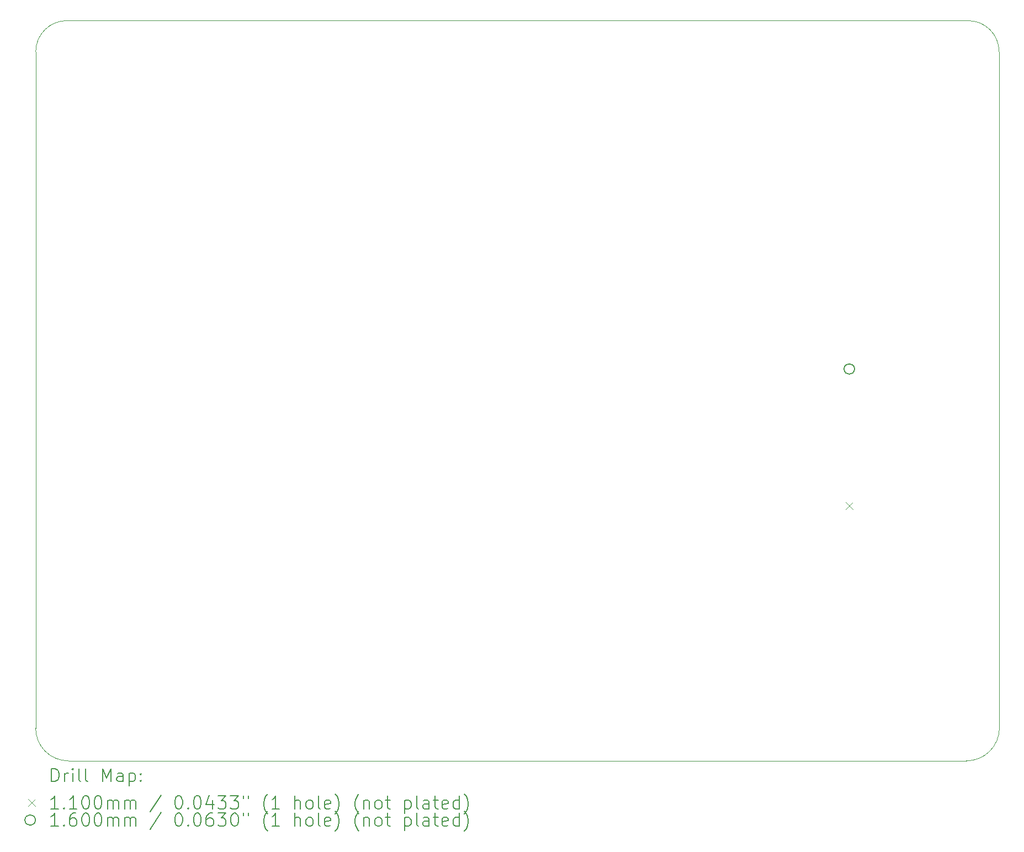
<source format=gbr>
%TF.GenerationSoftware,KiCad,Pcbnew,7.0.1*%
%TF.CreationDate,2023-05-06T23:46:45+02:00*%
%TF.ProjectId,PUE_mainboard,5055455f-6d61-4696-9e62-6f6172642e6b,rev?*%
%TF.SameCoordinates,Original*%
%TF.FileFunction,Drillmap*%
%TF.FilePolarity,Positive*%
%FSLAX45Y45*%
G04 Gerber Fmt 4.5, Leading zero omitted, Abs format (unit mm)*
G04 Created by KiCad (PCBNEW 7.0.1) date 2023-05-06 23:46:45*
%MOMM*%
%LPD*%
G01*
G04 APERTURE LIST*
%ADD10C,0.100000*%
%ADD11C,0.200000*%
%ADD12C,0.110000*%
%ADD13C,0.160000*%
G04 APERTURE END LIST*
D10*
X7200000Y-8700000D02*
X21025000Y-8700000D01*
X20998553Y-20056447D02*
X7223553Y-20056447D01*
X7200000Y-8700000D02*
G75*
G03*
X6725000Y-9175000I0J-475000D01*
G01*
X6723553Y-19556447D02*
G75*
G03*
X7223553Y-20056447I499997J-3D01*
G01*
X20998553Y-20056450D02*
G75*
G03*
X21505002Y-19551447I1447J505000D01*
G01*
X21500000Y-9175000D02*
G75*
G03*
X21025000Y-8700000I-475000J0D01*
G01*
X6723553Y-19556447D02*
X6725000Y-9175000D01*
X21500000Y-9175000D02*
X21505002Y-19551447D01*
D11*
D12*
X19147500Y-16090000D02*
X19257500Y-16200000D01*
X19257500Y-16090000D02*
X19147500Y-16200000D01*
D13*
X19282500Y-14045000D02*
G75*
G03*
X19282500Y-14045000I-80000J0D01*
G01*
D11*
X6966172Y-20373976D02*
X6966172Y-20173976D01*
X6966172Y-20173976D02*
X7013791Y-20173976D01*
X7013791Y-20173976D02*
X7042363Y-20183500D01*
X7042363Y-20183500D02*
X7061410Y-20202547D01*
X7061410Y-20202547D02*
X7070934Y-20221595D01*
X7070934Y-20221595D02*
X7080458Y-20259690D01*
X7080458Y-20259690D02*
X7080458Y-20288262D01*
X7080458Y-20288262D02*
X7070934Y-20326357D01*
X7070934Y-20326357D02*
X7061410Y-20345404D01*
X7061410Y-20345404D02*
X7042363Y-20364452D01*
X7042363Y-20364452D02*
X7013791Y-20373976D01*
X7013791Y-20373976D02*
X6966172Y-20373976D01*
X7166172Y-20373976D02*
X7166172Y-20240642D01*
X7166172Y-20278738D02*
X7175696Y-20259690D01*
X7175696Y-20259690D02*
X7185220Y-20250166D01*
X7185220Y-20250166D02*
X7204268Y-20240642D01*
X7204268Y-20240642D02*
X7223315Y-20240642D01*
X7289982Y-20373976D02*
X7289982Y-20240642D01*
X7289982Y-20173976D02*
X7280458Y-20183500D01*
X7280458Y-20183500D02*
X7289982Y-20193023D01*
X7289982Y-20193023D02*
X7299506Y-20183500D01*
X7299506Y-20183500D02*
X7289982Y-20173976D01*
X7289982Y-20173976D02*
X7289982Y-20193023D01*
X7413791Y-20373976D02*
X7394744Y-20364452D01*
X7394744Y-20364452D02*
X7385220Y-20345404D01*
X7385220Y-20345404D02*
X7385220Y-20173976D01*
X7518553Y-20373976D02*
X7499506Y-20364452D01*
X7499506Y-20364452D02*
X7489982Y-20345404D01*
X7489982Y-20345404D02*
X7489982Y-20173976D01*
X7747125Y-20373976D02*
X7747125Y-20173976D01*
X7747125Y-20173976D02*
X7813791Y-20316833D01*
X7813791Y-20316833D02*
X7880458Y-20173976D01*
X7880458Y-20173976D02*
X7880458Y-20373976D01*
X8061410Y-20373976D02*
X8061410Y-20269214D01*
X8061410Y-20269214D02*
X8051887Y-20250166D01*
X8051887Y-20250166D02*
X8032839Y-20240642D01*
X8032839Y-20240642D02*
X7994744Y-20240642D01*
X7994744Y-20240642D02*
X7975696Y-20250166D01*
X8061410Y-20364452D02*
X8042363Y-20373976D01*
X8042363Y-20373976D02*
X7994744Y-20373976D01*
X7994744Y-20373976D02*
X7975696Y-20364452D01*
X7975696Y-20364452D02*
X7966172Y-20345404D01*
X7966172Y-20345404D02*
X7966172Y-20326357D01*
X7966172Y-20326357D02*
X7975696Y-20307309D01*
X7975696Y-20307309D02*
X7994744Y-20297785D01*
X7994744Y-20297785D02*
X8042363Y-20297785D01*
X8042363Y-20297785D02*
X8061410Y-20288262D01*
X8156649Y-20240642D02*
X8156649Y-20440642D01*
X8156649Y-20250166D02*
X8175696Y-20240642D01*
X8175696Y-20240642D02*
X8213791Y-20240642D01*
X8213791Y-20240642D02*
X8232839Y-20250166D01*
X8232839Y-20250166D02*
X8242363Y-20259690D01*
X8242363Y-20259690D02*
X8251887Y-20278738D01*
X8251887Y-20278738D02*
X8251887Y-20335881D01*
X8251887Y-20335881D02*
X8242363Y-20354928D01*
X8242363Y-20354928D02*
X8232839Y-20364452D01*
X8232839Y-20364452D02*
X8213791Y-20373976D01*
X8213791Y-20373976D02*
X8175696Y-20373976D01*
X8175696Y-20373976D02*
X8156649Y-20364452D01*
X8337601Y-20354928D02*
X8347125Y-20364452D01*
X8347125Y-20364452D02*
X8337601Y-20373976D01*
X8337601Y-20373976D02*
X8328077Y-20364452D01*
X8328077Y-20364452D02*
X8337601Y-20354928D01*
X8337601Y-20354928D02*
X8337601Y-20373976D01*
X8337601Y-20250166D02*
X8347125Y-20259690D01*
X8347125Y-20259690D02*
X8337601Y-20269214D01*
X8337601Y-20269214D02*
X8328077Y-20259690D01*
X8328077Y-20259690D02*
X8337601Y-20250166D01*
X8337601Y-20250166D02*
X8337601Y-20269214D01*
D12*
X6608553Y-20646452D02*
X6718553Y-20756452D01*
X6718553Y-20646452D02*
X6608553Y-20756452D01*
D11*
X7070934Y-20793976D02*
X6956649Y-20793976D01*
X7013791Y-20793976D02*
X7013791Y-20593976D01*
X7013791Y-20593976D02*
X6994744Y-20622547D01*
X6994744Y-20622547D02*
X6975696Y-20641595D01*
X6975696Y-20641595D02*
X6956649Y-20651119D01*
X7156649Y-20774928D02*
X7166172Y-20784452D01*
X7166172Y-20784452D02*
X7156649Y-20793976D01*
X7156649Y-20793976D02*
X7147125Y-20784452D01*
X7147125Y-20784452D02*
X7156649Y-20774928D01*
X7156649Y-20774928D02*
X7156649Y-20793976D01*
X7356649Y-20793976D02*
X7242363Y-20793976D01*
X7299506Y-20793976D02*
X7299506Y-20593976D01*
X7299506Y-20593976D02*
X7280458Y-20622547D01*
X7280458Y-20622547D02*
X7261410Y-20641595D01*
X7261410Y-20641595D02*
X7242363Y-20651119D01*
X7480458Y-20593976D02*
X7499506Y-20593976D01*
X7499506Y-20593976D02*
X7518553Y-20603500D01*
X7518553Y-20603500D02*
X7528077Y-20613023D01*
X7528077Y-20613023D02*
X7537601Y-20632071D01*
X7537601Y-20632071D02*
X7547125Y-20670166D01*
X7547125Y-20670166D02*
X7547125Y-20717785D01*
X7547125Y-20717785D02*
X7537601Y-20755881D01*
X7537601Y-20755881D02*
X7528077Y-20774928D01*
X7528077Y-20774928D02*
X7518553Y-20784452D01*
X7518553Y-20784452D02*
X7499506Y-20793976D01*
X7499506Y-20793976D02*
X7480458Y-20793976D01*
X7480458Y-20793976D02*
X7461410Y-20784452D01*
X7461410Y-20784452D02*
X7451887Y-20774928D01*
X7451887Y-20774928D02*
X7442363Y-20755881D01*
X7442363Y-20755881D02*
X7432839Y-20717785D01*
X7432839Y-20717785D02*
X7432839Y-20670166D01*
X7432839Y-20670166D02*
X7442363Y-20632071D01*
X7442363Y-20632071D02*
X7451887Y-20613023D01*
X7451887Y-20613023D02*
X7461410Y-20603500D01*
X7461410Y-20603500D02*
X7480458Y-20593976D01*
X7670934Y-20593976D02*
X7689982Y-20593976D01*
X7689982Y-20593976D02*
X7709030Y-20603500D01*
X7709030Y-20603500D02*
X7718553Y-20613023D01*
X7718553Y-20613023D02*
X7728077Y-20632071D01*
X7728077Y-20632071D02*
X7737601Y-20670166D01*
X7737601Y-20670166D02*
X7737601Y-20717785D01*
X7737601Y-20717785D02*
X7728077Y-20755881D01*
X7728077Y-20755881D02*
X7718553Y-20774928D01*
X7718553Y-20774928D02*
X7709030Y-20784452D01*
X7709030Y-20784452D02*
X7689982Y-20793976D01*
X7689982Y-20793976D02*
X7670934Y-20793976D01*
X7670934Y-20793976D02*
X7651887Y-20784452D01*
X7651887Y-20784452D02*
X7642363Y-20774928D01*
X7642363Y-20774928D02*
X7632839Y-20755881D01*
X7632839Y-20755881D02*
X7623315Y-20717785D01*
X7623315Y-20717785D02*
X7623315Y-20670166D01*
X7623315Y-20670166D02*
X7632839Y-20632071D01*
X7632839Y-20632071D02*
X7642363Y-20613023D01*
X7642363Y-20613023D02*
X7651887Y-20603500D01*
X7651887Y-20603500D02*
X7670934Y-20593976D01*
X7823315Y-20793976D02*
X7823315Y-20660642D01*
X7823315Y-20679690D02*
X7832839Y-20670166D01*
X7832839Y-20670166D02*
X7851887Y-20660642D01*
X7851887Y-20660642D02*
X7880458Y-20660642D01*
X7880458Y-20660642D02*
X7899506Y-20670166D01*
X7899506Y-20670166D02*
X7909030Y-20689214D01*
X7909030Y-20689214D02*
X7909030Y-20793976D01*
X7909030Y-20689214D02*
X7918553Y-20670166D01*
X7918553Y-20670166D02*
X7937601Y-20660642D01*
X7937601Y-20660642D02*
X7966172Y-20660642D01*
X7966172Y-20660642D02*
X7985220Y-20670166D01*
X7985220Y-20670166D02*
X7994744Y-20689214D01*
X7994744Y-20689214D02*
X7994744Y-20793976D01*
X8089982Y-20793976D02*
X8089982Y-20660642D01*
X8089982Y-20679690D02*
X8099506Y-20670166D01*
X8099506Y-20670166D02*
X8118553Y-20660642D01*
X8118553Y-20660642D02*
X8147125Y-20660642D01*
X8147125Y-20660642D02*
X8166172Y-20670166D01*
X8166172Y-20670166D02*
X8175696Y-20689214D01*
X8175696Y-20689214D02*
X8175696Y-20793976D01*
X8175696Y-20689214D02*
X8185220Y-20670166D01*
X8185220Y-20670166D02*
X8204268Y-20660642D01*
X8204268Y-20660642D02*
X8232839Y-20660642D01*
X8232839Y-20660642D02*
X8251887Y-20670166D01*
X8251887Y-20670166D02*
X8261411Y-20689214D01*
X8261411Y-20689214D02*
X8261411Y-20793976D01*
X8651887Y-20584452D02*
X8480458Y-20841595D01*
X8909030Y-20593976D02*
X8928077Y-20593976D01*
X8928077Y-20593976D02*
X8947125Y-20603500D01*
X8947125Y-20603500D02*
X8956649Y-20613023D01*
X8956649Y-20613023D02*
X8966173Y-20632071D01*
X8966173Y-20632071D02*
X8975696Y-20670166D01*
X8975696Y-20670166D02*
X8975696Y-20717785D01*
X8975696Y-20717785D02*
X8966173Y-20755881D01*
X8966173Y-20755881D02*
X8956649Y-20774928D01*
X8956649Y-20774928D02*
X8947125Y-20784452D01*
X8947125Y-20784452D02*
X8928077Y-20793976D01*
X8928077Y-20793976D02*
X8909030Y-20793976D01*
X8909030Y-20793976D02*
X8889982Y-20784452D01*
X8889982Y-20784452D02*
X8880458Y-20774928D01*
X8880458Y-20774928D02*
X8870935Y-20755881D01*
X8870935Y-20755881D02*
X8861411Y-20717785D01*
X8861411Y-20717785D02*
X8861411Y-20670166D01*
X8861411Y-20670166D02*
X8870935Y-20632071D01*
X8870935Y-20632071D02*
X8880458Y-20613023D01*
X8880458Y-20613023D02*
X8889982Y-20603500D01*
X8889982Y-20603500D02*
X8909030Y-20593976D01*
X9061411Y-20774928D02*
X9070935Y-20784452D01*
X9070935Y-20784452D02*
X9061411Y-20793976D01*
X9061411Y-20793976D02*
X9051887Y-20784452D01*
X9051887Y-20784452D02*
X9061411Y-20774928D01*
X9061411Y-20774928D02*
X9061411Y-20793976D01*
X9194744Y-20593976D02*
X9213792Y-20593976D01*
X9213792Y-20593976D02*
X9232839Y-20603500D01*
X9232839Y-20603500D02*
X9242363Y-20613023D01*
X9242363Y-20613023D02*
X9251887Y-20632071D01*
X9251887Y-20632071D02*
X9261411Y-20670166D01*
X9261411Y-20670166D02*
X9261411Y-20717785D01*
X9261411Y-20717785D02*
X9251887Y-20755881D01*
X9251887Y-20755881D02*
X9242363Y-20774928D01*
X9242363Y-20774928D02*
X9232839Y-20784452D01*
X9232839Y-20784452D02*
X9213792Y-20793976D01*
X9213792Y-20793976D02*
X9194744Y-20793976D01*
X9194744Y-20793976D02*
X9175696Y-20784452D01*
X9175696Y-20784452D02*
X9166173Y-20774928D01*
X9166173Y-20774928D02*
X9156649Y-20755881D01*
X9156649Y-20755881D02*
X9147125Y-20717785D01*
X9147125Y-20717785D02*
X9147125Y-20670166D01*
X9147125Y-20670166D02*
X9156649Y-20632071D01*
X9156649Y-20632071D02*
X9166173Y-20613023D01*
X9166173Y-20613023D02*
X9175696Y-20603500D01*
X9175696Y-20603500D02*
X9194744Y-20593976D01*
X9432839Y-20660642D02*
X9432839Y-20793976D01*
X9385220Y-20584452D02*
X9337601Y-20727309D01*
X9337601Y-20727309D02*
X9461411Y-20727309D01*
X9518554Y-20593976D02*
X9642363Y-20593976D01*
X9642363Y-20593976D02*
X9575696Y-20670166D01*
X9575696Y-20670166D02*
X9604268Y-20670166D01*
X9604268Y-20670166D02*
X9623316Y-20679690D01*
X9623316Y-20679690D02*
X9632839Y-20689214D01*
X9632839Y-20689214D02*
X9642363Y-20708262D01*
X9642363Y-20708262D02*
X9642363Y-20755881D01*
X9642363Y-20755881D02*
X9632839Y-20774928D01*
X9632839Y-20774928D02*
X9623316Y-20784452D01*
X9623316Y-20784452D02*
X9604268Y-20793976D01*
X9604268Y-20793976D02*
X9547125Y-20793976D01*
X9547125Y-20793976D02*
X9528077Y-20784452D01*
X9528077Y-20784452D02*
X9518554Y-20774928D01*
X9709030Y-20593976D02*
X9832839Y-20593976D01*
X9832839Y-20593976D02*
X9766173Y-20670166D01*
X9766173Y-20670166D02*
X9794744Y-20670166D01*
X9794744Y-20670166D02*
X9813792Y-20679690D01*
X9813792Y-20679690D02*
X9823316Y-20689214D01*
X9823316Y-20689214D02*
X9832839Y-20708262D01*
X9832839Y-20708262D02*
X9832839Y-20755881D01*
X9832839Y-20755881D02*
X9823316Y-20774928D01*
X9823316Y-20774928D02*
X9813792Y-20784452D01*
X9813792Y-20784452D02*
X9794744Y-20793976D01*
X9794744Y-20793976D02*
X9737601Y-20793976D01*
X9737601Y-20793976D02*
X9718554Y-20784452D01*
X9718554Y-20784452D02*
X9709030Y-20774928D01*
X9909030Y-20593976D02*
X9909030Y-20632071D01*
X9985220Y-20593976D02*
X9985220Y-20632071D01*
X10280459Y-20870166D02*
X10270935Y-20860642D01*
X10270935Y-20860642D02*
X10251887Y-20832071D01*
X10251887Y-20832071D02*
X10242363Y-20813023D01*
X10242363Y-20813023D02*
X10232839Y-20784452D01*
X10232839Y-20784452D02*
X10223316Y-20736833D01*
X10223316Y-20736833D02*
X10223316Y-20698738D01*
X10223316Y-20698738D02*
X10232839Y-20651119D01*
X10232839Y-20651119D02*
X10242363Y-20622547D01*
X10242363Y-20622547D02*
X10251887Y-20603500D01*
X10251887Y-20603500D02*
X10270935Y-20574928D01*
X10270935Y-20574928D02*
X10280459Y-20565404D01*
X10461411Y-20793976D02*
X10347125Y-20793976D01*
X10404268Y-20793976D02*
X10404268Y-20593976D01*
X10404268Y-20593976D02*
X10385220Y-20622547D01*
X10385220Y-20622547D02*
X10366173Y-20641595D01*
X10366173Y-20641595D02*
X10347125Y-20651119D01*
X10699506Y-20793976D02*
X10699506Y-20593976D01*
X10785220Y-20793976D02*
X10785220Y-20689214D01*
X10785220Y-20689214D02*
X10775697Y-20670166D01*
X10775697Y-20670166D02*
X10756649Y-20660642D01*
X10756649Y-20660642D02*
X10728078Y-20660642D01*
X10728078Y-20660642D02*
X10709030Y-20670166D01*
X10709030Y-20670166D02*
X10699506Y-20679690D01*
X10909030Y-20793976D02*
X10889982Y-20784452D01*
X10889982Y-20784452D02*
X10880459Y-20774928D01*
X10880459Y-20774928D02*
X10870935Y-20755881D01*
X10870935Y-20755881D02*
X10870935Y-20698738D01*
X10870935Y-20698738D02*
X10880459Y-20679690D01*
X10880459Y-20679690D02*
X10889982Y-20670166D01*
X10889982Y-20670166D02*
X10909030Y-20660642D01*
X10909030Y-20660642D02*
X10937601Y-20660642D01*
X10937601Y-20660642D02*
X10956649Y-20670166D01*
X10956649Y-20670166D02*
X10966173Y-20679690D01*
X10966173Y-20679690D02*
X10975697Y-20698738D01*
X10975697Y-20698738D02*
X10975697Y-20755881D01*
X10975697Y-20755881D02*
X10966173Y-20774928D01*
X10966173Y-20774928D02*
X10956649Y-20784452D01*
X10956649Y-20784452D02*
X10937601Y-20793976D01*
X10937601Y-20793976D02*
X10909030Y-20793976D01*
X11089982Y-20793976D02*
X11070935Y-20784452D01*
X11070935Y-20784452D02*
X11061411Y-20765404D01*
X11061411Y-20765404D02*
X11061411Y-20593976D01*
X11242363Y-20784452D02*
X11223316Y-20793976D01*
X11223316Y-20793976D02*
X11185220Y-20793976D01*
X11185220Y-20793976D02*
X11166173Y-20784452D01*
X11166173Y-20784452D02*
X11156649Y-20765404D01*
X11156649Y-20765404D02*
X11156649Y-20689214D01*
X11156649Y-20689214D02*
X11166173Y-20670166D01*
X11166173Y-20670166D02*
X11185220Y-20660642D01*
X11185220Y-20660642D02*
X11223316Y-20660642D01*
X11223316Y-20660642D02*
X11242363Y-20670166D01*
X11242363Y-20670166D02*
X11251887Y-20689214D01*
X11251887Y-20689214D02*
X11251887Y-20708262D01*
X11251887Y-20708262D02*
X11156649Y-20727309D01*
X11318554Y-20870166D02*
X11328078Y-20860642D01*
X11328078Y-20860642D02*
X11347125Y-20832071D01*
X11347125Y-20832071D02*
X11356649Y-20813023D01*
X11356649Y-20813023D02*
X11366173Y-20784452D01*
X11366173Y-20784452D02*
X11375697Y-20736833D01*
X11375697Y-20736833D02*
X11375697Y-20698738D01*
X11375697Y-20698738D02*
X11366173Y-20651119D01*
X11366173Y-20651119D02*
X11356649Y-20622547D01*
X11356649Y-20622547D02*
X11347125Y-20603500D01*
X11347125Y-20603500D02*
X11328078Y-20574928D01*
X11328078Y-20574928D02*
X11318554Y-20565404D01*
X11680459Y-20870166D02*
X11670935Y-20860642D01*
X11670935Y-20860642D02*
X11651887Y-20832071D01*
X11651887Y-20832071D02*
X11642363Y-20813023D01*
X11642363Y-20813023D02*
X11632839Y-20784452D01*
X11632839Y-20784452D02*
X11623316Y-20736833D01*
X11623316Y-20736833D02*
X11623316Y-20698738D01*
X11623316Y-20698738D02*
X11632839Y-20651119D01*
X11632839Y-20651119D02*
X11642363Y-20622547D01*
X11642363Y-20622547D02*
X11651887Y-20603500D01*
X11651887Y-20603500D02*
X11670935Y-20574928D01*
X11670935Y-20574928D02*
X11680459Y-20565404D01*
X11756649Y-20660642D02*
X11756649Y-20793976D01*
X11756649Y-20679690D02*
X11766173Y-20670166D01*
X11766173Y-20670166D02*
X11785220Y-20660642D01*
X11785220Y-20660642D02*
X11813792Y-20660642D01*
X11813792Y-20660642D02*
X11832839Y-20670166D01*
X11832839Y-20670166D02*
X11842363Y-20689214D01*
X11842363Y-20689214D02*
X11842363Y-20793976D01*
X11966173Y-20793976D02*
X11947125Y-20784452D01*
X11947125Y-20784452D02*
X11937601Y-20774928D01*
X11937601Y-20774928D02*
X11928078Y-20755881D01*
X11928078Y-20755881D02*
X11928078Y-20698738D01*
X11928078Y-20698738D02*
X11937601Y-20679690D01*
X11937601Y-20679690D02*
X11947125Y-20670166D01*
X11947125Y-20670166D02*
X11966173Y-20660642D01*
X11966173Y-20660642D02*
X11994744Y-20660642D01*
X11994744Y-20660642D02*
X12013792Y-20670166D01*
X12013792Y-20670166D02*
X12023316Y-20679690D01*
X12023316Y-20679690D02*
X12032839Y-20698738D01*
X12032839Y-20698738D02*
X12032839Y-20755881D01*
X12032839Y-20755881D02*
X12023316Y-20774928D01*
X12023316Y-20774928D02*
X12013792Y-20784452D01*
X12013792Y-20784452D02*
X11994744Y-20793976D01*
X11994744Y-20793976D02*
X11966173Y-20793976D01*
X12089982Y-20660642D02*
X12166173Y-20660642D01*
X12118554Y-20593976D02*
X12118554Y-20765404D01*
X12118554Y-20765404D02*
X12128078Y-20784452D01*
X12128078Y-20784452D02*
X12147125Y-20793976D01*
X12147125Y-20793976D02*
X12166173Y-20793976D01*
X12385220Y-20660642D02*
X12385220Y-20860642D01*
X12385220Y-20670166D02*
X12404268Y-20660642D01*
X12404268Y-20660642D02*
X12442363Y-20660642D01*
X12442363Y-20660642D02*
X12461411Y-20670166D01*
X12461411Y-20670166D02*
X12470935Y-20679690D01*
X12470935Y-20679690D02*
X12480459Y-20698738D01*
X12480459Y-20698738D02*
X12480459Y-20755881D01*
X12480459Y-20755881D02*
X12470935Y-20774928D01*
X12470935Y-20774928D02*
X12461411Y-20784452D01*
X12461411Y-20784452D02*
X12442363Y-20793976D01*
X12442363Y-20793976D02*
X12404268Y-20793976D01*
X12404268Y-20793976D02*
X12385220Y-20784452D01*
X12594744Y-20793976D02*
X12575697Y-20784452D01*
X12575697Y-20784452D02*
X12566173Y-20765404D01*
X12566173Y-20765404D02*
X12566173Y-20593976D01*
X12756649Y-20793976D02*
X12756649Y-20689214D01*
X12756649Y-20689214D02*
X12747125Y-20670166D01*
X12747125Y-20670166D02*
X12728078Y-20660642D01*
X12728078Y-20660642D02*
X12689982Y-20660642D01*
X12689982Y-20660642D02*
X12670935Y-20670166D01*
X12756649Y-20784452D02*
X12737601Y-20793976D01*
X12737601Y-20793976D02*
X12689982Y-20793976D01*
X12689982Y-20793976D02*
X12670935Y-20784452D01*
X12670935Y-20784452D02*
X12661411Y-20765404D01*
X12661411Y-20765404D02*
X12661411Y-20746357D01*
X12661411Y-20746357D02*
X12670935Y-20727309D01*
X12670935Y-20727309D02*
X12689982Y-20717785D01*
X12689982Y-20717785D02*
X12737601Y-20717785D01*
X12737601Y-20717785D02*
X12756649Y-20708262D01*
X12823316Y-20660642D02*
X12899506Y-20660642D01*
X12851887Y-20593976D02*
X12851887Y-20765404D01*
X12851887Y-20765404D02*
X12861411Y-20784452D01*
X12861411Y-20784452D02*
X12880459Y-20793976D01*
X12880459Y-20793976D02*
X12899506Y-20793976D01*
X13042363Y-20784452D02*
X13023316Y-20793976D01*
X13023316Y-20793976D02*
X12985220Y-20793976D01*
X12985220Y-20793976D02*
X12966173Y-20784452D01*
X12966173Y-20784452D02*
X12956649Y-20765404D01*
X12956649Y-20765404D02*
X12956649Y-20689214D01*
X12956649Y-20689214D02*
X12966173Y-20670166D01*
X12966173Y-20670166D02*
X12985220Y-20660642D01*
X12985220Y-20660642D02*
X13023316Y-20660642D01*
X13023316Y-20660642D02*
X13042363Y-20670166D01*
X13042363Y-20670166D02*
X13051887Y-20689214D01*
X13051887Y-20689214D02*
X13051887Y-20708262D01*
X13051887Y-20708262D02*
X12956649Y-20727309D01*
X13223316Y-20793976D02*
X13223316Y-20593976D01*
X13223316Y-20784452D02*
X13204268Y-20793976D01*
X13204268Y-20793976D02*
X13166173Y-20793976D01*
X13166173Y-20793976D02*
X13147125Y-20784452D01*
X13147125Y-20784452D02*
X13137601Y-20774928D01*
X13137601Y-20774928D02*
X13128078Y-20755881D01*
X13128078Y-20755881D02*
X13128078Y-20698738D01*
X13128078Y-20698738D02*
X13137601Y-20679690D01*
X13137601Y-20679690D02*
X13147125Y-20670166D01*
X13147125Y-20670166D02*
X13166173Y-20660642D01*
X13166173Y-20660642D02*
X13204268Y-20660642D01*
X13204268Y-20660642D02*
X13223316Y-20670166D01*
X13299506Y-20870166D02*
X13309030Y-20860642D01*
X13309030Y-20860642D02*
X13328078Y-20832071D01*
X13328078Y-20832071D02*
X13337601Y-20813023D01*
X13337601Y-20813023D02*
X13347125Y-20784452D01*
X13347125Y-20784452D02*
X13356649Y-20736833D01*
X13356649Y-20736833D02*
X13356649Y-20698738D01*
X13356649Y-20698738D02*
X13347125Y-20651119D01*
X13347125Y-20651119D02*
X13337601Y-20622547D01*
X13337601Y-20622547D02*
X13328078Y-20603500D01*
X13328078Y-20603500D02*
X13309030Y-20574928D01*
X13309030Y-20574928D02*
X13299506Y-20565404D01*
D13*
X6718553Y-20965452D02*
G75*
G03*
X6718553Y-20965452I-80000J0D01*
G01*
D11*
X7070934Y-21057976D02*
X6956649Y-21057976D01*
X7013791Y-21057976D02*
X7013791Y-20857976D01*
X7013791Y-20857976D02*
X6994744Y-20886547D01*
X6994744Y-20886547D02*
X6975696Y-20905595D01*
X6975696Y-20905595D02*
X6956649Y-20915119D01*
X7156649Y-21038928D02*
X7166172Y-21048452D01*
X7166172Y-21048452D02*
X7156649Y-21057976D01*
X7156649Y-21057976D02*
X7147125Y-21048452D01*
X7147125Y-21048452D02*
X7156649Y-21038928D01*
X7156649Y-21038928D02*
X7156649Y-21057976D01*
X7337601Y-20857976D02*
X7299506Y-20857976D01*
X7299506Y-20857976D02*
X7280458Y-20867500D01*
X7280458Y-20867500D02*
X7270934Y-20877023D01*
X7270934Y-20877023D02*
X7251887Y-20905595D01*
X7251887Y-20905595D02*
X7242363Y-20943690D01*
X7242363Y-20943690D02*
X7242363Y-21019881D01*
X7242363Y-21019881D02*
X7251887Y-21038928D01*
X7251887Y-21038928D02*
X7261410Y-21048452D01*
X7261410Y-21048452D02*
X7280458Y-21057976D01*
X7280458Y-21057976D02*
X7318553Y-21057976D01*
X7318553Y-21057976D02*
X7337601Y-21048452D01*
X7337601Y-21048452D02*
X7347125Y-21038928D01*
X7347125Y-21038928D02*
X7356649Y-21019881D01*
X7356649Y-21019881D02*
X7356649Y-20972262D01*
X7356649Y-20972262D02*
X7347125Y-20953214D01*
X7347125Y-20953214D02*
X7337601Y-20943690D01*
X7337601Y-20943690D02*
X7318553Y-20934166D01*
X7318553Y-20934166D02*
X7280458Y-20934166D01*
X7280458Y-20934166D02*
X7261410Y-20943690D01*
X7261410Y-20943690D02*
X7251887Y-20953214D01*
X7251887Y-20953214D02*
X7242363Y-20972262D01*
X7480458Y-20857976D02*
X7499506Y-20857976D01*
X7499506Y-20857976D02*
X7518553Y-20867500D01*
X7518553Y-20867500D02*
X7528077Y-20877023D01*
X7528077Y-20877023D02*
X7537601Y-20896071D01*
X7537601Y-20896071D02*
X7547125Y-20934166D01*
X7547125Y-20934166D02*
X7547125Y-20981785D01*
X7547125Y-20981785D02*
X7537601Y-21019881D01*
X7537601Y-21019881D02*
X7528077Y-21038928D01*
X7528077Y-21038928D02*
X7518553Y-21048452D01*
X7518553Y-21048452D02*
X7499506Y-21057976D01*
X7499506Y-21057976D02*
X7480458Y-21057976D01*
X7480458Y-21057976D02*
X7461410Y-21048452D01*
X7461410Y-21048452D02*
X7451887Y-21038928D01*
X7451887Y-21038928D02*
X7442363Y-21019881D01*
X7442363Y-21019881D02*
X7432839Y-20981785D01*
X7432839Y-20981785D02*
X7432839Y-20934166D01*
X7432839Y-20934166D02*
X7442363Y-20896071D01*
X7442363Y-20896071D02*
X7451887Y-20877023D01*
X7451887Y-20877023D02*
X7461410Y-20867500D01*
X7461410Y-20867500D02*
X7480458Y-20857976D01*
X7670934Y-20857976D02*
X7689982Y-20857976D01*
X7689982Y-20857976D02*
X7709030Y-20867500D01*
X7709030Y-20867500D02*
X7718553Y-20877023D01*
X7718553Y-20877023D02*
X7728077Y-20896071D01*
X7728077Y-20896071D02*
X7737601Y-20934166D01*
X7737601Y-20934166D02*
X7737601Y-20981785D01*
X7737601Y-20981785D02*
X7728077Y-21019881D01*
X7728077Y-21019881D02*
X7718553Y-21038928D01*
X7718553Y-21038928D02*
X7709030Y-21048452D01*
X7709030Y-21048452D02*
X7689982Y-21057976D01*
X7689982Y-21057976D02*
X7670934Y-21057976D01*
X7670934Y-21057976D02*
X7651887Y-21048452D01*
X7651887Y-21048452D02*
X7642363Y-21038928D01*
X7642363Y-21038928D02*
X7632839Y-21019881D01*
X7632839Y-21019881D02*
X7623315Y-20981785D01*
X7623315Y-20981785D02*
X7623315Y-20934166D01*
X7623315Y-20934166D02*
X7632839Y-20896071D01*
X7632839Y-20896071D02*
X7642363Y-20877023D01*
X7642363Y-20877023D02*
X7651887Y-20867500D01*
X7651887Y-20867500D02*
X7670934Y-20857976D01*
X7823315Y-21057976D02*
X7823315Y-20924642D01*
X7823315Y-20943690D02*
X7832839Y-20934166D01*
X7832839Y-20934166D02*
X7851887Y-20924642D01*
X7851887Y-20924642D02*
X7880458Y-20924642D01*
X7880458Y-20924642D02*
X7899506Y-20934166D01*
X7899506Y-20934166D02*
X7909030Y-20953214D01*
X7909030Y-20953214D02*
X7909030Y-21057976D01*
X7909030Y-20953214D02*
X7918553Y-20934166D01*
X7918553Y-20934166D02*
X7937601Y-20924642D01*
X7937601Y-20924642D02*
X7966172Y-20924642D01*
X7966172Y-20924642D02*
X7985220Y-20934166D01*
X7985220Y-20934166D02*
X7994744Y-20953214D01*
X7994744Y-20953214D02*
X7994744Y-21057976D01*
X8089982Y-21057976D02*
X8089982Y-20924642D01*
X8089982Y-20943690D02*
X8099506Y-20934166D01*
X8099506Y-20934166D02*
X8118553Y-20924642D01*
X8118553Y-20924642D02*
X8147125Y-20924642D01*
X8147125Y-20924642D02*
X8166172Y-20934166D01*
X8166172Y-20934166D02*
X8175696Y-20953214D01*
X8175696Y-20953214D02*
X8175696Y-21057976D01*
X8175696Y-20953214D02*
X8185220Y-20934166D01*
X8185220Y-20934166D02*
X8204268Y-20924642D01*
X8204268Y-20924642D02*
X8232839Y-20924642D01*
X8232839Y-20924642D02*
X8251887Y-20934166D01*
X8251887Y-20934166D02*
X8261411Y-20953214D01*
X8261411Y-20953214D02*
X8261411Y-21057976D01*
X8651887Y-20848452D02*
X8480458Y-21105595D01*
X8909030Y-20857976D02*
X8928077Y-20857976D01*
X8928077Y-20857976D02*
X8947125Y-20867500D01*
X8947125Y-20867500D02*
X8956649Y-20877023D01*
X8956649Y-20877023D02*
X8966173Y-20896071D01*
X8966173Y-20896071D02*
X8975696Y-20934166D01*
X8975696Y-20934166D02*
X8975696Y-20981785D01*
X8975696Y-20981785D02*
X8966173Y-21019881D01*
X8966173Y-21019881D02*
X8956649Y-21038928D01*
X8956649Y-21038928D02*
X8947125Y-21048452D01*
X8947125Y-21048452D02*
X8928077Y-21057976D01*
X8928077Y-21057976D02*
X8909030Y-21057976D01*
X8909030Y-21057976D02*
X8889982Y-21048452D01*
X8889982Y-21048452D02*
X8880458Y-21038928D01*
X8880458Y-21038928D02*
X8870935Y-21019881D01*
X8870935Y-21019881D02*
X8861411Y-20981785D01*
X8861411Y-20981785D02*
X8861411Y-20934166D01*
X8861411Y-20934166D02*
X8870935Y-20896071D01*
X8870935Y-20896071D02*
X8880458Y-20877023D01*
X8880458Y-20877023D02*
X8889982Y-20867500D01*
X8889982Y-20867500D02*
X8909030Y-20857976D01*
X9061411Y-21038928D02*
X9070935Y-21048452D01*
X9070935Y-21048452D02*
X9061411Y-21057976D01*
X9061411Y-21057976D02*
X9051887Y-21048452D01*
X9051887Y-21048452D02*
X9061411Y-21038928D01*
X9061411Y-21038928D02*
X9061411Y-21057976D01*
X9194744Y-20857976D02*
X9213792Y-20857976D01*
X9213792Y-20857976D02*
X9232839Y-20867500D01*
X9232839Y-20867500D02*
X9242363Y-20877023D01*
X9242363Y-20877023D02*
X9251887Y-20896071D01*
X9251887Y-20896071D02*
X9261411Y-20934166D01*
X9261411Y-20934166D02*
X9261411Y-20981785D01*
X9261411Y-20981785D02*
X9251887Y-21019881D01*
X9251887Y-21019881D02*
X9242363Y-21038928D01*
X9242363Y-21038928D02*
X9232839Y-21048452D01*
X9232839Y-21048452D02*
X9213792Y-21057976D01*
X9213792Y-21057976D02*
X9194744Y-21057976D01*
X9194744Y-21057976D02*
X9175696Y-21048452D01*
X9175696Y-21048452D02*
X9166173Y-21038928D01*
X9166173Y-21038928D02*
X9156649Y-21019881D01*
X9156649Y-21019881D02*
X9147125Y-20981785D01*
X9147125Y-20981785D02*
X9147125Y-20934166D01*
X9147125Y-20934166D02*
X9156649Y-20896071D01*
X9156649Y-20896071D02*
X9166173Y-20877023D01*
X9166173Y-20877023D02*
X9175696Y-20867500D01*
X9175696Y-20867500D02*
X9194744Y-20857976D01*
X9432839Y-20857976D02*
X9394744Y-20857976D01*
X9394744Y-20857976D02*
X9375696Y-20867500D01*
X9375696Y-20867500D02*
X9366173Y-20877023D01*
X9366173Y-20877023D02*
X9347125Y-20905595D01*
X9347125Y-20905595D02*
X9337601Y-20943690D01*
X9337601Y-20943690D02*
X9337601Y-21019881D01*
X9337601Y-21019881D02*
X9347125Y-21038928D01*
X9347125Y-21038928D02*
X9356649Y-21048452D01*
X9356649Y-21048452D02*
X9375696Y-21057976D01*
X9375696Y-21057976D02*
X9413792Y-21057976D01*
X9413792Y-21057976D02*
X9432839Y-21048452D01*
X9432839Y-21048452D02*
X9442363Y-21038928D01*
X9442363Y-21038928D02*
X9451887Y-21019881D01*
X9451887Y-21019881D02*
X9451887Y-20972262D01*
X9451887Y-20972262D02*
X9442363Y-20953214D01*
X9442363Y-20953214D02*
X9432839Y-20943690D01*
X9432839Y-20943690D02*
X9413792Y-20934166D01*
X9413792Y-20934166D02*
X9375696Y-20934166D01*
X9375696Y-20934166D02*
X9356649Y-20943690D01*
X9356649Y-20943690D02*
X9347125Y-20953214D01*
X9347125Y-20953214D02*
X9337601Y-20972262D01*
X9518554Y-20857976D02*
X9642363Y-20857976D01*
X9642363Y-20857976D02*
X9575696Y-20934166D01*
X9575696Y-20934166D02*
X9604268Y-20934166D01*
X9604268Y-20934166D02*
X9623316Y-20943690D01*
X9623316Y-20943690D02*
X9632839Y-20953214D01*
X9632839Y-20953214D02*
X9642363Y-20972262D01*
X9642363Y-20972262D02*
X9642363Y-21019881D01*
X9642363Y-21019881D02*
X9632839Y-21038928D01*
X9632839Y-21038928D02*
X9623316Y-21048452D01*
X9623316Y-21048452D02*
X9604268Y-21057976D01*
X9604268Y-21057976D02*
X9547125Y-21057976D01*
X9547125Y-21057976D02*
X9528077Y-21048452D01*
X9528077Y-21048452D02*
X9518554Y-21038928D01*
X9766173Y-20857976D02*
X9785220Y-20857976D01*
X9785220Y-20857976D02*
X9804268Y-20867500D01*
X9804268Y-20867500D02*
X9813792Y-20877023D01*
X9813792Y-20877023D02*
X9823316Y-20896071D01*
X9823316Y-20896071D02*
X9832839Y-20934166D01*
X9832839Y-20934166D02*
X9832839Y-20981785D01*
X9832839Y-20981785D02*
X9823316Y-21019881D01*
X9823316Y-21019881D02*
X9813792Y-21038928D01*
X9813792Y-21038928D02*
X9804268Y-21048452D01*
X9804268Y-21048452D02*
X9785220Y-21057976D01*
X9785220Y-21057976D02*
X9766173Y-21057976D01*
X9766173Y-21057976D02*
X9747125Y-21048452D01*
X9747125Y-21048452D02*
X9737601Y-21038928D01*
X9737601Y-21038928D02*
X9728077Y-21019881D01*
X9728077Y-21019881D02*
X9718554Y-20981785D01*
X9718554Y-20981785D02*
X9718554Y-20934166D01*
X9718554Y-20934166D02*
X9728077Y-20896071D01*
X9728077Y-20896071D02*
X9737601Y-20877023D01*
X9737601Y-20877023D02*
X9747125Y-20867500D01*
X9747125Y-20867500D02*
X9766173Y-20857976D01*
X9909030Y-20857976D02*
X9909030Y-20896071D01*
X9985220Y-20857976D02*
X9985220Y-20896071D01*
X10280459Y-21134166D02*
X10270935Y-21124642D01*
X10270935Y-21124642D02*
X10251887Y-21096071D01*
X10251887Y-21096071D02*
X10242363Y-21077023D01*
X10242363Y-21077023D02*
X10232839Y-21048452D01*
X10232839Y-21048452D02*
X10223316Y-21000833D01*
X10223316Y-21000833D02*
X10223316Y-20962738D01*
X10223316Y-20962738D02*
X10232839Y-20915119D01*
X10232839Y-20915119D02*
X10242363Y-20886547D01*
X10242363Y-20886547D02*
X10251887Y-20867500D01*
X10251887Y-20867500D02*
X10270935Y-20838928D01*
X10270935Y-20838928D02*
X10280459Y-20829404D01*
X10461411Y-21057976D02*
X10347125Y-21057976D01*
X10404268Y-21057976D02*
X10404268Y-20857976D01*
X10404268Y-20857976D02*
X10385220Y-20886547D01*
X10385220Y-20886547D02*
X10366173Y-20905595D01*
X10366173Y-20905595D02*
X10347125Y-20915119D01*
X10699506Y-21057976D02*
X10699506Y-20857976D01*
X10785220Y-21057976D02*
X10785220Y-20953214D01*
X10785220Y-20953214D02*
X10775697Y-20934166D01*
X10775697Y-20934166D02*
X10756649Y-20924642D01*
X10756649Y-20924642D02*
X10728078Y-20924642D01*
X10728078Y-20924642D02*
X10709030Y-20934166D01*
X10709030Y-20934166D02*
X10699506Y-20943690D01*
X10909030Y-21057976D02*
X10889982Y-21048452D01*
X10889982Y-21048452D02*
X10880459Y-21038928D01*
X10880459Y-21038928D02*
X10870935Y-21019881D01*
X10870935Y-21019881D02*
X10870935Y-20962738D01*
X10870935Y-20962738D02*
X10880459Y-20943690D01*
X10880459Y-20943690D02*
X10889982Y-20934166D01*
X10889982Y-20934166D02*
X10909030Y-20924642D01*
X10909030Y-20924642D02*
X10937601Y-20924642D01*
X10937601Y-20924642D02*
X10956649Y-20934166D01*
X10956649Y-20934166D02*
X10966173Y-20943690D01*
X10966173Y-20943690D02*
X10975697Y-20962738D01*
X10975697Y-20962738D02*
X10975697Y-21019881D01*
X10975697Y-21019881D02*
X10966173Y-21038928D01*
X10966173Y-21038928D02*
X10956649Y-21048452D01*
X10956649Y-21048452D02*
X10937601Y-21057976D01*
X10937601Y-21057976D02*
X10909030Y-21057976D01*
X11089982Y-21057976D02*
X11070935Y-21048452D01*
X11070935Y-21048452D02*
X11061411Y-21029404D01*
X11061411Y-21029404D02*
X11061411Y-20857976D01*
X11242363Y-21048452D02*
X11223316Y-21057976D01*
X11223316Y-21057976D02*
X11185220Y-21057976D01*
X11185220Y-21057976D02*
X11166173Y-21048452D01*
X11166173Y-21048452D02*
X11156649Y-21029404D01*
X11156649Y-21029404D02*
X11156649Y-20953214D01*
X11156649Y-20953214D02*
X11166173Y-20934166D01*
X11166173Y-20934166D02*
X11185220Y-20924642D01*
X11185220Y-20924642D02*
X11223316Y-20924642D01*
X11223316Y-20924642D02*
X11242363Y-20934166D01*
X11242363Y-20934166D02*
X11251887Y-20953214D01*
X11251887Y-20953214D02*
X11251887Y-20972262D01*
X11251887Y-20972262D02*
X11156649Y-20991309D01*
X11318554Y-21134166D02*
X11328078Y-21124642D01*
X11328078Y-21124642D02*
X11347125Y-21096071D01*
X11347125Y-21096071D02*
X11356649Y-21077023D01*
X11356649Y-21077023D02*
X11366173Y-21048452D01*
X11366173Y-21048452D02*
X11375697Y-21000833D01*
X11375697Y-21000833D02*
X11375697Y-20962738D01*
X11375697Y-20962738D02*
X11366173Y-20915119D01*
X11366173Y-20915119D02*
X11356649Y-20886547D01*
X11356649Y-20886547D02*
X11347125Y-20867500D01*
X11347125Y-20867500D02*
X11328078Y-20838928D01*
X11328078Y-20838928D02*
X11318554Y-20829404D01*
X11680459Y-21134166D02*
X11670935Y-21124642D01*
X11670935Y-21124642D02*
X11651887Y-21096071D01*
X11651887Y-21096071D02*
X11642363Y-21077023D01*
X11642363Y-21077023D02*
X11632839Y-21048452D01*
X11632839Y-21048452D02*
X11623316Y-21000833D01*
X11623316Y-21000833D02*
X11623316Y-20962738D01*
X11623316Y-20962738D02*
X11632839Y-20915119D01*
X11632839Y-20915119D02*
X11642363Y-20886547D01*
X11642363Y-20886547D02*
X11651887Y-20867500D01*
X11651887Y-20867500D02*
X11670935Y-20838928D01*
X11670935Y-20838928D02*
X11680459Y-20829404D01*
X11756649Y-20924642D02*
X11756649Y-21057976D01*
X11756649Y-20943690D02*
X11766173Y-20934166D01*
X11766173Y-20934166D02*
X11785220Y-20924642D01*
X11785220Y-20924642D02*
X11813792Y-20924642D01*
X11813792Y-20924642D02*
X11832839Y-20934166D01*
X11832839Y-20934166D02*
X11842363Y-20953214D01*
X11842363Y-20953214D02*
X11842363Y-21057976D01*
X11966173Y-21057976D02*
X11947125Y-21048452D01*
X11947125Y-21048452D02*
X11937601Y-21038928D01*
X11937601Y-21038928D02*
X11928078Y-21019881D01*
X11928078Y-21019881D02*
X11928078Y-20962738D01*
X11928078Y-20962738D02*
X11937601Y-20943690D01*
X11937601Y-20943690D02*
X11947125Y-20934166D01*
X11947125Y-20934166D02*
X11966173Y-20924642D01*
X11966173Y-20924642D02*
X11994744Y-20924642D01*
X11994744Y-20924642D02*
X12013792Y-20934166D01*
X12013792Y-20934166D02*
X12023316Y-20943690D01*
X12023316Y-20943690D02*
X12032839Y-20962738D01*
X12032839Y-20962738D02*
X12032839Y-21019881D01*
X12032839Y-21019881D02*
X12023316Y-21038928D01*
X12023316Y-21038928D02*
X12013792Y-21048452D01*
X12013792Y-21048452D02*
X11994744Y-21057976D01*
X11994744Y-21057976D02*
X11966173Y-21057976D01*
X12089982Y-20924642D02*
X12166173Y-20924642D01*
X12118554Y-20857976D02*
X12118554Y-21029404D01*
X12118554Y-21029404D02*
X12128078Y-21048452D01*
X12128078Y-21048452D02*
X12147125Y-21057976D01*
X12147125Y-21057976D02*
X12166173Y-21057976D01*
X12385220Y-20924642D02*
X12385220Y-21124642D01*
X12385220Y-20934166D02*
X12404268Y-20924642D01*
X12404268Y-20924642D02*
X12442363Y-20924642D01*
X12442363Y-20924642D02*
X12461411Y-20934166D01*
X12461411Y-20934166D02*
X12470935Y-20943690D01*
X12470935Y-20943690D02*
X12480459Y-20962738D01*
X12480459Y-20962738D02*
X12480459Y-21019881D01*
X12480459Y-21019881D02*
X12470935Y-21038928D01*
X12470935Y-21038928D02*
X12461411Y-21048452D01*
X12461411Y-21048452D02*
X12442363Y-21057976D01*
X12442363Y-21057976D02*
X12404268Y-21057976D01*
X12404268Y-21057976D02*
X12385220Y-21048452D01*
X12594744Y-21057976D02*
X12575697Y-21048452D01*
X12575697Y-21048452D02*
X12566173Y-21029404D01*
X12566173Y-21029404D02*
X12566173Y-20857976D01*
X12756649Y-21057976D02*
X12756649Y-20953214D01*
X12756649Y-20953214D02*
X12747125Y-20934166D01*
X12747125Y-20934166D02*
X12728078Y-20924642D01*
X12728078Y-20924642D02*
X12689982Y-20924642D01*
X12689982Y-20924642D02*
X12670935Y-20934166D01*
X12756649Y-21048452D02*
X12737601Y-21057976D01*
X12737601Y-21057976D02*
X12689982Y-21057976D01*
X12689982Y-21057976D02*
X12670935Y-21048452D01*
X12670935Y-21048452D02*
X12661411Y-21029404D01*
X12661411Y-21029404D02*
X12661411Y-21010357D01*
X12661411Y-21010357D02*
X12670935Y-20991309D01*
X12670935Y-20991309D02*
X12689982Y-20981785D01*
X12689982Y-20981785D02*
X12737601Y-20981785D01*
X12737601Y-20981785D02*
X12756649Y-20972262D01*
X12823316Y-20924642D02*
X12899506Y-20924642D01*
X12851887Y-20857976D02*
X12851887Y-21029404D01*
X12851887Y-21029404D02*
X12861411Y-21048452D01*
X12861411Y-21048452D02*
X12880459Y-21057976D01*
X12880459Y-21057976D02*
X12899506Y-21057976D01*
X13042363Y-21048452D02*
X13023316Y-21057976D01*
X13023316Y-21057976D02*
X12985220Y-21057976D01*
X12985220Y-21057976D02*
X12966173Y-21048452D01*
X12966173Y-21048452D02*
X12956649Y-21029404D01*
X12956649Y-21029404D02*
X12956649Y-20953214D01*
X12956649Y-20953214D02*
X12966173Y-20934166D01*
X12966173Y-20934166D02*
X12985220Y-20924642D01*
X12985220Y-20924642D02*
X13023316Y-20924642D01*
X13023316Y-20924642D02*
X13042363Y-20934166D01*
X13042363Y-20934166D02*
X13051887Y-20953214D01*
X13051887Y-20953214D02*
X13051887Y-20972262D01*
X13051887Y-20972262D02*
X12956649Y-20991309D01*
X13223316Y-21057976D02*
X13223316Y-20857976D01*
X13223316Y-21048452D02*
X13204268Y-21057976D01*
X13204268Y-21057976D02*
X13166173Y-21057976D01*
X13166173Y-21057976D02*
X13147125Y-21048452D01*
X13147125Y-21048452D02*
X13137601Y-21038928D01*
X13137601Y-21038928D02*
X13128078Y-21019881D01*
X13128078Y-21019881D02*
X13128078Y-20962738D01*
X13128078Y-20962738D02*
X13137601Y-20943690D01*
X13137601Y-20943690D02*
X13147125Y-20934166D01*
X13147125Y-20934166D02*
X13166173Y-20924642D01*
X13166173Y-20924642D02*
X13204268Y-20924642D01*
X13204268Y-20924642D02*
X13223316Y-20934166D01*
X13299506Y-21134166D02*
X13309030Y-21124642D01*
X13309030Y-21124642D02*
X13328078Y-21096071D01*
X13328078Y-21096071D02*
X13337601Y-21077023D01*
X13337601Y-21077023D02*
X13347125Y-21048452D01*
X13347125Y-21048452D02*
X13356649Y-21000833D01*
X13356649Y-21000833D02*
X13356649Y-20962738D01*
X13356649Y-20962738D02*
X13347125Y-20915119D01*
X13347125Y-20915119D02*
X13337601Y-20886547D01*
X13337601Y-20886547D02*
X13328078Y-20867500D01*
X13328078Y-20867500D02*
X13309030Y-20838928D01*
X13309030Y-20838928D02*
X13299506Y-20829404D01*
M02*

</source>
